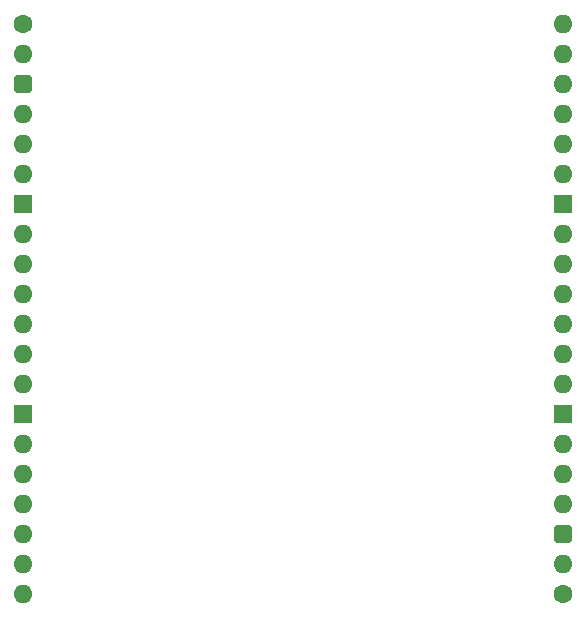
<source format=gbs>
%TF.GenerationSoftware,KiCad,Pcbnew,7.0.5*%
%TF.CreationDate,2024-02-09T10:12:16+02:00*%
%TF.ProjectId,GPIO 16bit,4750494f-2031-4366-9269-742e6b696361,V0*%
%TF.SameCoordinates,Original*%
%TF.FileFunction,Soldermask,Bot*%
%TF.FilePolarity,Negative*%
%FSLAX46Y46*%
G04 Gerber Fmt 4.6, Leading zero omitted, Abs format (unit mm)*
G04 Created by KiCad (PCBNEW 7.0.5) date 2024-02-09 10:12:16*
%MOMM*%
%LPD*%
G01*
G04 APERTURE LIST*
G04 Aperture macros list*
%AMRoundRect*
0 Rectangle with rounded corners*
0 $1 Rounding radius*
0 $2 $3 $4 $5 $6 $7 $8 $9 X,Y pos of 4 corners*
0 Add a 4 corners polygon primitive as box body*
4,1,4,$2,$3,$4,$5,$6,$7,$8,$9,$2,$3,0*
0 Add four circle primitives for the rounded corners*
1,1,$1+$1,$2,$3*
1,1,$1+$1,$4,$5*
1,1,$1+$1,$6,$7*
1,1,$1+$1,$8,$9*
0 Add four rect primitives between the rounded corners*
20,1,$1+$1,$2,$3,$4,$5,0*
20,1,$1+$1,$4,$5,$6,$7,0*
20,1,$1+$1,$6,$7,$8,$9,0*
20,1,$1+$1,$8,$9,$2,$3,0*%
G04 Aperture macros list end*
%ADD10C,1.600000*%
%ADD11O,1.600000X1.600000*%
%ADD12RoundRect,0.400000X0.400000X0.400000X-0.400000X0.400000X-0.400000X-0.400000X0.400000X-0.400000X0*%
%ADD13R,1.600000X1.600000*%
%ADD14RoundRect,0.400000X-0.400000X-0.400000X0.400000X-0.400000X0.400000X0.400000X-0.400000X0.400000X0*%
G04 APERTURE END LIST*
D10*
%TO.C,J2*%
X114300000Y-53340000D03*
D11*
X114300000Y-55880000D03*
D12*
X114300000Y-58420000D03*
D11*
X114300000Y-60960000D03*
X114300000Y-63500000D03*
X114300000Y-66040000D03*
D13*
X114300000Y-68580000D03*
D11*
X114300000Y-71120000D03*
X114300000Y-73660000D03*
X114300000Y-76200000D03*
X114300000Y-78740000D03*
X114300000Y-81280000D03*
X114300000Y-83820000D03*
D13*
X114300000Y-86360000D03*
D11*
X114300000Y-88900000D03*
X114300000Y-91440000D03*
X114300000Y-93980000D03*
X114300000Y-96520000D03*
X114300000Y-99060000D03*
X114300000Y-101600000D03*
%TD*%
D10*
%TO.C,J1*%
X160020000Y-101600000D03*
D11*
X160020000Y-99060000D03*
D14*
X160020000Y-96520000D03*
D11*
X160020000Y-93980000D03*
X160020000Y-91440000D03*
X160020000Y-88900000D03*
D13*
X160020000Y-86360000D03*
D11*
X160020000Y-83820000D03*
X160020000Y-81280000D03*
X160020000Y-78740000D03*
X160020000Y-76200000D03*
X160020000Y-73660000D03*
X160020000Y-71120000D03*
D13*
X160020000Y-68580000D03*
D11*
X160020000Y-66040000D03*
X160020000Y-63500000D03*
X160020000Y-60960000D03*
X160020000Y-58420000D03*
X160020000Y-55880000D03*
X160020000Y-53340000D03*
%TD*%
M02*

</source>
